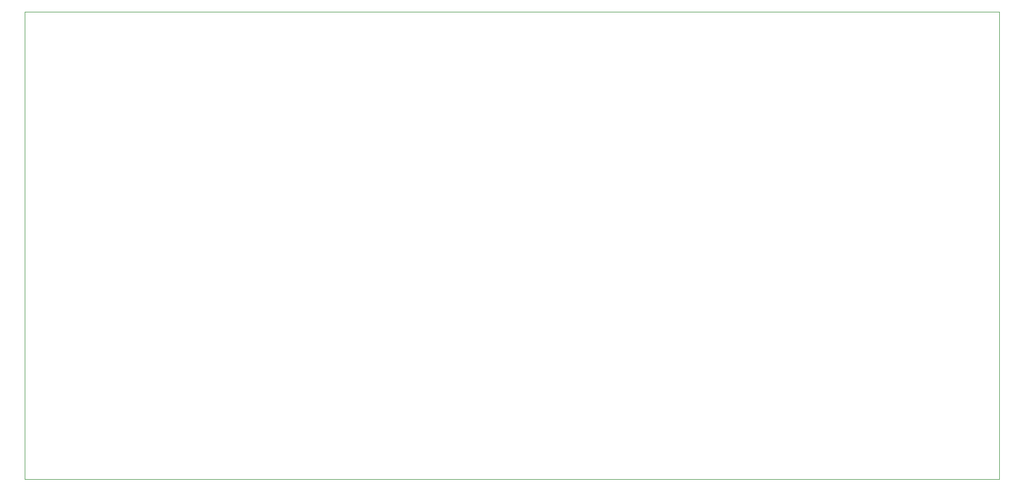
<source format=gbr>
%TF.GenerationSoftware,KiCad,Pcbnew,7.0.2-0*%
%TF.CreationDate,2023-04-25T00:34:15+03:00*%
%TF.ProjectId,PLC-CIM,504c432d-4349-44d2-9e6b-696361645f70,rev?*%
%TF.SameCoordinates,Original*%
%TF.FileFunction,Profile,NP*%
%FSLAX46Y46*%
G04 Gerber Fmt 4.6, Leading zero omitted, Abs format (unit mm)*
G04 Created by KiCad (PCBNEW 7.0.2-0) date 2023-04-25 00:34:15*
%MOMM*%
%LPD*%
G01*
G04 APERTURE LIST*
%TA.AperFunction,Profile*%
%ADD10C,0.038100*%
%TD*%
G04 APERTURE END LIST*
D10*
X71628000Y-56794400D02*
X225094800Y-56794400D01*
X225094800Y-130454400D01*
X71628000Y-130454400D01*
X71628000Y-56794400D01*
M02*

</source>
